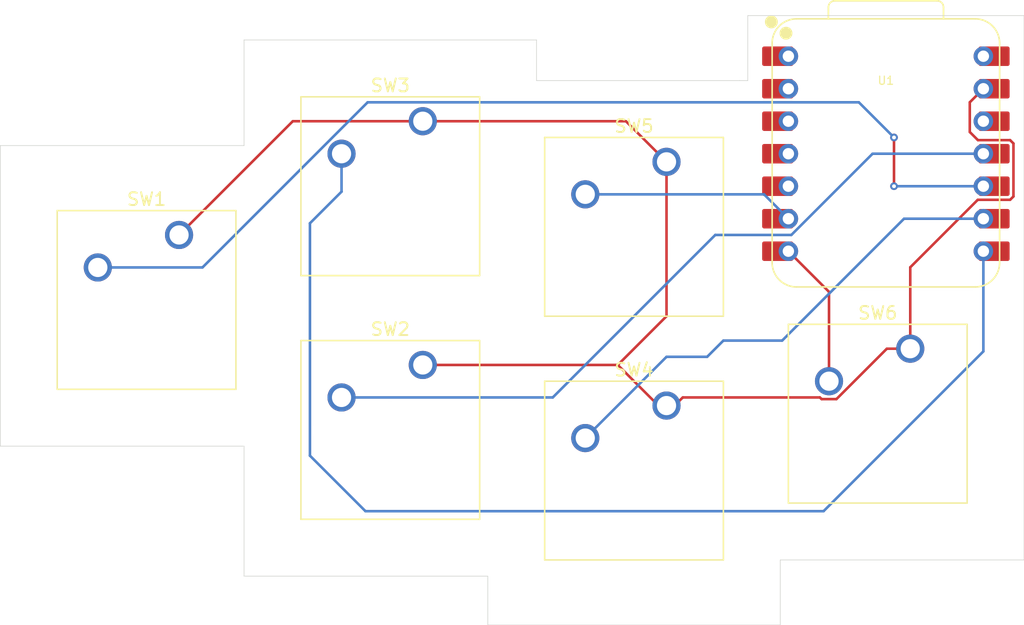
<source format=kicad_pcb>
(kicad_pcb (version 20240108) (generator "pcbnew") (generator_version "8.0")
  (layers (0 "F.Cu" signal) (31 "B.Cu" signal) (34 "B.Paste" user) (35 "F.Paste" user) (36 "B.SilkS" user "B.Silkscreen") (37 "F.SilkS" user "F.Silkscreen") (38 "B.Mask" user) (39 "F.Mask" user) (44 "Edge.Cuts" user))
  (net 0 "")
  (net 1 "GND")
  (net 2 "+5V")
  (net 3 "Net-(U1-GPIO4{slash}MISO)")
  (net 4 "Net-(U1-GPIO3{slash}MOSI)")
  (net 5 "Net-(U1-GPIO1{slash}RX)")
  (net 6 "Net-(U1-GPIO2{slash}SCK)")
  (net 7 "Net-(U1-GPIO7{slash}SCL)")
  (net 8 "Net-(U1-GPIO0{slash}TX)")
  (footprint "v1per_foot:XIAO-RP2040-DIP" (layer "F.Cu") (at 99.695 37.465)
    (property "Reference" "U1" (at 0 -5.715 0) (layer "F.SilkS") (effects (font (size 0.635 0.635) (thickness 0.1016))))
    (property "Value" "XIAO-RP2040-DIP")
    (fp_line (start -8.89 8.509) (end -8.89 -8.636) (stroke (width 0.127)) (layer "F.SilkS"))
    (fp_line (start -6.985 10.414) (end 6.985 10.414) (stroke (width 0.127)) (layer "F.SilkS"))
    (fp_line (start -4.495 -10.541) (end -4.491272 -11.451272) (stroke (width 0.127)) (layer "F.SilkS"))
    (fp_line (start -3.991272 -11.951) (end 4.004 -11.951) (stroke (width 0.127)) (layer "F.SilkS"))
    (fp_line (start 4.504 -11.451) (end 4.504 -10.541) (stroke (width 0.127)) (layer "F.SilkS"))
    (fp_line (start 6.985 -10.541) (end -6.985 -10.541) (stroke (width 0.1)) (layer "F.SilkS"))
    (fp_line (start 6.985 -10.541) (end -6.985 -10.541) (stroke (width 0.127)) (layer "F.SilkS"))
    (fp_line (start 8.89 8.509) (end 8.89 -8.636) (stroke (width 0.127)) (layer "F.SilkS"))
    (fp_arc (start -8.89 -8.636) (mid -8.332038 -9.983038) (end -6.985 -10.541) (stroke (width 0.127)) (layer "F.SilkS"))
    (fp_arc (start -6.985 10.414) (mid -8.332038 9.856038) (end -8.89 8.509) (stroke (width 0.127)) (layer "F.SilkS"))
    (fp_arc (start -4.491272 -11.451272) (mid -4.344724 -11.804644) (end -3.991272 -11.951) (stroke (width 0.127)) (layer "F.SilkS"))
    (fp_arc (start 4.004 -11.951) (mid 4.357553 -11.804553) (end 4.504 -11.451) (stroke (width 0.127)) (layer "F.SilkS"))
    (fp_arc (start 6.985 -10.541) (mid 8.332038 -9.983038) (end 8.89 -8.636) (stroke (width 0.127)) (layer "F.SilkS"))
    (fp_arc (start 8.89 8.509) (mid 8.332038 9.856038) (end 6.985 10.414) (stroke (width 0.127)) (layer "F.SilkS"))
    (fp_circle (center -8.95 -10.3) (end -8.95 -10.554) (stroke (width 0.5)) (fill solid) (layer "F.SilkS"))
    (fp_circle (center -7.807 -9.42) (end -7.807 -9.674) (stroke (width 0.5)) (fill solid) (layer "F.SilkS"))
    (pad "1" smd roundrect (at -8.455 -7.62 180) (size 2.432 1.524) (layers "F.Cu" "F.Mask") (roundrect_rratio 0.1))
    (pad "1" thru_hole circle (at -7.62 -7.62 180) (size 1.524 1.524) (drill 0.889) (layers "*.Cu" "*.Mask"))
    (pad "2" smd roundrect (at -8.455 -5.08 180) (size 2.432 1.524) (layers "F.Cu" "F.Mask") (roundrect_rratio 0.1))
    (pad "2" thru_hole circle (at -7.62 -5.08 180) (size 1.524 1.524) (drill 0.889) (layers "*.Cu" "*.Mask"))
    (pad "3" smd roundrect (at -8.455 -2.54 180) (size 2.432 1.524) (layers "F.Cu" "F.Mask") (roundrect_rratio 0.1))
    (pad "3" thru_hole circle (at -7.62 -2.54 180) (size 1.524 1.524) (drill 0.889) (layers "*.Cu" "*.Mask"))
    (pad "4" smd roundrect (at -8.455 0 180) (size 2.432 1.524) (layers "F.Cu" "F.Mask") (roundrect_rratio 0.1))
    (pad "4" thru_hole circle (at -7.62 0 180) (size 1.524 1.524) (drill 0.889) (layers "*.Cu" "*.Mask"))
    (pad "5" smd roundrect (at -8.455 2.54 180) (size 2.432 1.524) (layers "F.Cu" "F.Mask") (roundrect_rratio 0.1))
    (pad "5" thru_hole circle (at -7.62 2.54 180) (size 1.524 1.524) (drill 0.889) (layers "*.Cu" "*.Mask"))
    (pad "6" smd roundrect (at -8.455 5.08 180) (size 2.432 1.524) (layers "F.Cu" "F.Mask") (roundrect_rratio 0.1) (net 7 "Net-(U1-GPIO7{slash}SCL)"))
    (pad "6" thru_hole circle (at -7.62 5.08 180) (size 1.524 1.524) (drill 0.889) (layers "*.Cu" "*.Mask") (net 7 "Net-(U1-GPIO7{slash}SCL)"))
    (pad "7" smd roundrect (at -8.455 7.62 180) (size 2.432 1.524) (layers "F.Cu" "F.Mask") (roundrect_rratio 0.1) (net 8 "Net-(U1-GPIO0{slash}TX)"))
    (pad "7" thru_hole circle (at -7.62 7.62 180) (size 1.524 1.524) (drill 0.889) (layers "*.Cu" "*.Mask") (net 8 "Net-(U1-GPIO0{slash}TX)"))
    (pad "8" thru_hole circle (at 7.62 7.62) (size 1.524 1.524) (drill 0.889) (layers "*.Cu" "*.Mask") (net 5 "Net-(U1-GPIO1{slash}RX)"))
    (pad "8" smd roundrect (at 8.455 7.62) (size 2.432 1.524) (layers "F.Cu" "F.Mask") (roundrect_rratio 0.1) (net 5 "Net-(U1-GPIO1{slash}RX)"))
    (pad "9" thru_hole circle (at 7.62 5.08) (size 1.524 1.524) (drill 0.889) (layers "*.Cu" "*.Mask") (net 6 "Net-(U1-GPIO2{slash}SCK)"))
    (pad "9" smd roundrect (at 8.455 5.08) (size 2.432 1.524) (layers "F.Cu" "F.Mask") (roundrect_rratio 0.1) (net 6 "Net-(U1-GPIO2{slash}SCK)"))
    (pad "10" thru_hole circle (at 7.62 2.54) (size 1.524 1.524) (drill 0.889) (layers "*.Cu" "*.Mask") (net 3 "Net-(U1-GPIO4{slash}MISO)"))
    (pad "10" smd roundrect (at 8.455 2.54) (size 2.432 1.524) (layers "F.Cu" "F.Mask") (roundrect_rratio 0.1) (net 3 "Net-(U1-GPIO4{slash}MISO)"))
    (pad "11" thru_hole circle (at 7.62 0) (size 1.524 1.524) (drill 0.889) (layers "*.Cu" "*.Mask") (net 4 "Net-(U1-GPIO3{slash}MOSI)"))
    (pad "11" smd roundrect (at 8.455 0) (size 2.432 1.524) (layers "F.Cu" "F.Mask") (roundrect_rratio 0.1) (net 4 "Net-(U1-GPIO3{slash}MOSI)"))
    (pad "12" thru_hole circle (at 7.62 -2.54) (size 1.524 1.524) (drill 0.889) (layers "*.Cu" "*.Mask"))
    (pad "12" smd roundrect (at 8.455 -2.54) (size 2.432 1.524) (layers "F.Cu" "F.Mask") (roundrect_rratio 0.1))
    (pad "13" thru_hole circle (at 7.62 -5.08) (size 1.524 1.524) (drill 0.889) (layers "*.Cu" "*.Mask") (net 1 "GND"))
    (pad "13" smd roundrect (at 8.455 -5.08) (size 2.432 1.524) (layers "F.Cu" "F.Mask") (roundrect_rratio 0.1) (net 1 "GND"))
    (pad "14" thru_hole circle (at 7.62 -7.62) (size 1.524 1.524) (drill 0.889) (layers "*.Cu" "*.Mask") (net 2 "+5V"))
    (pad "14" smd roundrect (at 8.455 -7.62) (size 2.432 1.524) (layers "F.Cu" "F.Mask") (roundrect_rratio 0.1) (net 2 "+5V"))
  )
  (footprint "Library:SW_Cherry_MX_1.00u_PCB" (layer "F.Cu") (at 63.5 34.925)
    (property "Reference" "SW3" (at -2.54 -2.794 0) (layer "F.SilkS"))
    (property "Value" "SW_Push")
    (fp_line (start -9.525 -1.905) (end 4.445 -1.905) (stroke (width 0.12)) (layer "F.SilkS"))
    (fp_line (start -9.525 12.065) (end -9.525 -1.905) (stroke (width 0.12)) (layer "F.SilkS"))
    (fp_line (start 4.445 -1.905) (end 4.445 12.065) (stroke (width 0.12)) (layer "F.SilkS"))
    (fp_line (start 4.445 12.065) (end -9.525 12.065) (stroke (width 0.12)) (layer "F.SilkS"))
    (pad "" np_thru_hole circle (at -7.62 5.08) (size 1.7 1.7) (drill 1.7) (layers "*.Cu" "*.Mask"))
    (pad "" np_thru_hole circle (at -2.54 5.08) (size 4 4) (drill 4) (layers "*.Cu" "*.Mask"))
    (pad "" np_thru_hole circle (at 2.54 5.08) (size 1.7 1.7) (drill 1.7) (layers "*.Cu" "*.Mask"))
    (pad "1" thru_hole circle (at 0 0) (size 2.2 2.2) (drill 1.5) (layers "*.Cu" "*.Mask") (net 1 "GND"))
    (pad "2" thru_hole circle (at -6.35 2.54) (size 2.2 2.2) (drill 1.5) (layers "*.Cu" "*.Mask") (net 5 "Net-(U1-GPIO1{slash}RX)"))
  )
  (footprint "Library:SW_Cherry_MX_1.00u_PCB" (layer "F.Cu") (at 82.55 57.15)
    (property "Reference" "SW4" (at -2.54 -2.794 0) (layer "F.SilkS"))
    (property "Value" "SW_Push")
    (fp_line (start -9.525 -1.905) (end 4.445 -1.905) (stroke (width 0.12)) (layer "F.SilkS"))
    (fp_line (start -9.525 12.065) (end -9.525 -1.905) (stroke (width 0.12)) (layer "F.SilkS"))
    (fp_line (start 4.445 -1.905) (end 4.445 12.065) (stroke (width 0.12)) (layer "F.SilkS"))
    (fp_line (start 4.445 12.065) (end -9.525 12.065) (stroke (width 0.12)) (layer "F.SilkS"))
    (pad "" np_thru_hole circle (at -7.62 5.08) (size 1.7 1.7) (drill 1.7) (layers "*.Cu" "*.Mask"))
    (pad "" np_thru_hole circle (at -2.54 5.08) (size 4 4) (drill 4) (layers "*.Cu" "*.Mask"))
    (pad "" np_thru_hole circle (at 2.54 5.08) (size 1.7 1.7) (drill 1.7) (layers "*.Cu" "*.Mask"))
    (pad "1" thru_hole circle (at 0 0) (size 2.2 2.2) (drill 1.5) (layers "*.Cu" "*.Mask") (net 1 "GND"))
    (pad "2" thru_hole circle (at -6.35 2.54) (size 2.2 2.2) (drill 1.5) (layers "*.Cu" "*.Mask") (net 6 "Net-(U1-GPIO2{slash}SCK)"))
  )
  (footprint "Library:SW_Cherry_MX_1.00u_PCB" (layer "F.Cu") (at 82.55 38.1)
    (property "Reference" "SW5" (at -2.54 -2.794 0) (layer "F.SilkS"))
    (property "Value" "SW_Push")
    (fp_line (start -9.525 -1.905) (end 4.445 -1.905) (stroke (width 0.12)) (layer "F.SilkS"))
    (fp_line (start -9.525 12.065) (end -9.525 -1.905) (stroke (width 0.12)) (layer "F.SilkS"))
    (fp_line (start 4.445 -1.905) (end 4.445 12.065) (stroke (width 0.12)) (layer "F.SilkS"))
    (fp_line (start 4.445 12.065) (end -9.525 12.065) (stroke (width 0.12)) (layer "F.SilkS"))
    (pad "" np_thru_hole circle (at -7.62 5.08) (size 1.7 1.7) (drill 1.7) (layers "*.Cu" "*.Mask"))
    (pad "" np_thru_hole circle (at -2.54 5.08) (size 4 4) (drill 4) (layers "*.Cu" "*.Mask"))
    (pad "" np_thru_hole circle (at 2.54 5.08) (size 1.7 1.7) (drill 1.7) (layers "*.Cu" "*.Mask"))
    (pad "1" thru_hole circle (at 0 0) (size 2.2 2.2) (drill 1.5) (layers "*.Cu" "*.Mask") (net 1 "GND"))
    (pad "2" thru_hole circle (at -6.35 2.54) (size 2.2 2.2) (drill 1.5) (layers "*.Cu" "*.Mask") (net 7 "Net-(U1-GPIO7{slash}SCL)"))
  )
  (footprint "Library:SW_Cherry_MX_1.00u_PCB" (layer "F.Cu") (at 101.6 52.705)
    (property "Reference" "SW6" (at -2.54 -2.794 0) (layer "F.SilkS"))
    (property "Value" "SW_Push")
    (fp_line (start -9.525 -1.905) (end 4.445 -1.905) (stroke (width 0.12)) (layer "F.SilkS"))
    (fp_line (start -9.525 12.065) (end -9.525 -1.905) (stroke (width 0.12)) (layer "F.SilkS"))
    (fp_line (start 4.445 -1.905) (end 4.445 12.065) (stroke (width 0.12)) (layer "F.SilkS"))
    (fp_line (start 4.445 12.065) (end -9.525 12.065) (stroke (width 0.12)) (layer "F.SilkS"))
    (pad "" np_thru_hole circle (at -7.62 5.08) (size 1.7 1.7) (drill 1.7) (layers "*.Cu" "*.Mask"))
    (pad "" np_thru_hole circle (at -2.54 5.08) (size 4 4) (drill 4) (layers "*.Cu" "*.Mask"))
    (pad "" np_thru_hole circle (at 2.54 5.08) (size 1.7 1.7) (drill 1.7) (layers "*.Cu" "*.Mask"))
    (pad "1" thru_hole circle (at 0 0) (size 2.2 2.2) (drill 1.5) (layers "*.Cu" "*.Mask") (net 1 "GND"))
    (pad "2" thru_hole circle (at -6.35 2.54) (size 2.2 2.2) (drill 1.5) (layers "*.Cu" "*.Mask") (net 8 "Net-(U1-GPIO0{slash}TX)"))
  )
  (footprint "Library:SW_Cherry_MX_1.00u_PCB" (layer "F.Cu") (at 63.5 53.975)
    (property "Reference" "SW2" (at -2.54 -2.794 0) (layer "F.SilkS"))
    (property "Value" "SW_Push")
    (fp_line (start -9.525 -1.905) (end 4.445 -1.905) (stroke (width 0.12)) (layer "F.SilkS"))
    (fp_line (start -9.525 12.065) (end -9.525 -1.905) (stroke (width 0.12)) (layer "F.SilkS"))
    (fp_line (start 4.445 -1.905) (end 4.445 12.065) (stroke (width 0.12)) (layer "F.SilkS"))
    (fp_line (start 4.445 12.065) (end -9.525 12.065) (stroke (width 0.12)) (layer "F.SilkS"))
    (pad "" np_thru_hole circle (at -7.62 5.08) (size 1.7 1.7) (drill 1.7) (layers "*.Cu" "*.Mask"))
    (pad "" np_thru_hole circle (at -2.54 5.08) (size 4 4) (drill 4) (layers "*.Cu" "*.Mask"))
    (pad "" np_thru_hole circle (at 2.54 5.08) (size 1.7 1.7) (drill 1.7) (layers "*.Cu" "*.Mask"))
    (pad "1" thru_hole circle (at 0 0) (size 2.2 2.2) (drill 1.5) (layers "*.Cu" "*.Mask") (net 1 "GND"))
    (pad "2" thru_hole circle (at -6.35 2.54) (size 2.2 2.2) (drill 1.5) (layers "*.Cu" "*.Mask") (net 4 "Net-(U1-GPIO3{slash}MOSI)"))
  )
  (footprint "Library:SW_Cherry_MX_1.00u_PCB" (layer "F.Cu") (at 44.45 43.815)
    (property "Reference" "SW1" (at -2.54 -2.794 0) (layer "F.SilkS"))
    (property "Value" "SW_Push")
    (fp_line (start -9.525 -1.905) (end 4.445 -1.905) (stroke (width 0.12)) (layer "F.SilkS"))
    (fp_line (start -9.525 12.065) (end -9.525 -1.905) (stroke (width 0.12)) (layer "F.SilkS"))
    (fp_line (start 4.445 -1.905) (end 4.445 12.065) (stroke (width 0.12)) (layer "F.SilkS"))
    (fp_line (start 4.445 12.065) (end -9.525 12.065) (stroke (width 0.12)) (layer "F.SilkS"))
    (pad "" np_thru_hole circle (at -7.62 5.08) (size 1.7 1.7) (drill 1.7) (layers "*.Cu" "*.Mask"))
    (pad "" np_thru_hole circle (at -2.54 5.08) (size 4 4) (drill 4) (layers "*.Cu" "*.Mask"))
    (pad "" np_thru_hole circle (at 2.54 5.08) (size 1.7 1.7) (drill 1.7) (layers "*.Cu" "*.Mask"))
    (pad "1" thru_hole circle (at 0 0) (size 2.2 2.2) (drill 1.5) (layers "*.Cu" "*.Mask") (net 1 "GND"))
    (pad "2" thru_hole circle (at -6.35 2.54) (size 2.2 2.2) (drill 1.5) (layers "*.Cu" "*.Mask") (net 3 "Net-(U1-GPIO4{slash}MISO)"))
  )
  (gr_line (start 88.9 31.75) (end 88.9 26.67) (stroke (width 0.05)) (layer "Edge.Cuts"))
  (gr_line (start 110.49 69.215) (end 110.49 26.67) (stroke (width 0.05)) (layer "Edge.Cuts"))
  (gr_line (start 49.53 70.485) (end 68.58 70.485) (stroke (width 0.05)) (layer "Edge.Cuts"))
  (gr_line (start 49.53 36.83) (end 30.48 36.83) (stroke (width 0.05)) (layer "Edge.Cuts"))
  (gr_line (start 30.48 60.325) (end 49.53 60.325) (stroke (width 0.05)) (layer "Edge.Cuts"))
  (gr_line (start 88.265 31.75) (end 88.9 31.75) (stroke (width 0.05)) (layer "Edge.Cuts"))
  (gr_line (start 91.44 74.295) (end 91.44 69.215) (stroke (width 0.05)) (layer "Edge.Cuts"))
  (gr_line (start 110.49 26.67) (end 88.9 26.67) (stroke (width 0.05)) (layer "Edge.Cuts"))
  (gr_line (start 49.53 28.575) (end 72.39 28.575) (stroke (width 0.05)) (layer "Edge.Cuts"))
  (gr_line (start 72.39 31.75) (end 88.265 31.75) (stroke (width 0.05)) (layer "Edge.Cuts"))
  (gr_line (start 49.53 36.83) (end 49.53 28.575) (stroke (width 0.05)) (layer "Edge.Cuts"))
  (gr_line (start 49.53 60.325) (end 49.53 70.485) (stroke (width 0.05)) (layer "Edge.Cuts"))
  (gr_line (start 68.58 70.485) (end 68.58 74.295) (stroke (width 0.05)) (layer "Edge.Cuts"))
  (gr_line (start 72.39 28.575) (end 72.39 31.75) (stroke (width 0.05)) (layer "Edge.Cuts"))
  (gr_line (start 30.48 36.83) (end 30.48 60.325) (stroke (width 0.05)) (layer "Edge.Cuts"))
  (gr_line (start 68.58 74.295) (end 91.44 74.295) (stroke (width 0.05)) (layer "Edge.Cuts"))
  (gr_line (start 91.44 69.215) (end 110.49 69.215) (stroke (width 0.05)) (layer "Edge.Cuts"))
  (segment (start 109.666 36.663786) (end 109.405214 36.403) (width 0.2) (layer "F.Cu") (net 1))
  (segment (start 106.875105 41.067) (end 109.405214 41.067) (width 0.2) (layer "F.Cu") (net 1))
  (segment (start 106.253 33.447) (end 107.315 32.385) (width 0.2) (layer "F.Cu") (net 1))
  (segment (start 79.375 34.925) (end 82.55 38.1) (width 0.2) (layer "F.Cu") (net 1))
  (segment (start 82.55 50.165) (end 78.74 53.975) (width 0.2) (layer "F.Cu") (net 1))
  (segment (start 109.405214 41.067) (end 109.666 40.806214) (width 0.2) (layer "F.Cu") (net 1))
  (segment (start 94.670101 56.645) (end 94.540101 56.515) (width 0.2) (layer "F.Cu") (net 1))
  (segment (start 101.6 52.705) (end 101.6 46.342105) (width 0.2) (layer "F.Cu") (net 1))
  (segment (start 99.769899 52.705) (end 95.829899 56.645) (width 0.2) (layer "F.Cu") (net 1))
  (segment (start 78.74 53.975) (end 82.55 57.785) (width 0.2) (layer "F.Cu") (net 1))
  (segment (start 63.5 53.975) (end 78.74 53.975) (width 0.2) (layer "F.Cu") (net 1))
  (segment (start 94.540101 56.515) (end 83.82 56.515) (width 0.2) (layer "F.Cu") (net 1))
  (segment (start 63.5 34.925) (end 79.375 34.925) (width 0.2) (layer "F.Cu") (net 1))
  (segment (start 44.45 43.815) (end 53.34 34.925) (width 0.2) (layer "F.Cu") (net 1))
  (segment (start 106.253 35.768) (end 106.253 33.447) (width 0.2) (layer "F.Cu") (net 1))
  (segment (start 101.6 52.705) (end 99.769899 52.705) (width 0.2) (layer "F.Cu") (net 1))
  (segment (start 83.82 56.515) (end 82.55 57.785) (width 0.2) (layer "F.Cu") (net 1))
  (segment (start 101.6 46.342105) (end 106.875105 41.067) (width 0.2) (layer "F.Cu") (net 1))
  (segment (start 109.405214 36.403) (end 106.888 36.403) (width 0.2) (layer "F.Cu") (net 1))
  (segment (start 95.829899 56.645) (end 94.670101 56.645) (width 0.2) (layer "F.Cu") (net 1))
  (segment (start 106.888 36.403) (end 106.253 35.768) (width 0.2) (layer "F.Cu") (net 1))
  (segment (start 82.55 38.1) (end 82.55 50.165) (width 0.2) (layer "F.Cu") (net 1))
  (segment (start 53.34 34.925) (end 63.5 34.925) (width 0.2) (layer "F.Cu") (net 1))
  (segment (start 109.666 40.806214) (end 109.666 36.663786) (width 0.2) (layer "F.Cu") (net 1))
  (segment (start 100.33 36.195) (end 100.33 40.005) (width 0.2) (layer "F.Cu") (net 3))
  (via (at 100.33 36.195) (size 0.6) (drill 0.3) (layers "F.Cu" "B.Cu") (net 3))
  (via (at 100.33 40.005) (size 0.6) (drill 0.3) (layers "F.Cu" "B.Cu") (net 3))
  (segment (start 46.280101 46.355) (end 59.188101 33.447) (width 0.2) (layer "B.Cu") (net 3))
  (segment (start 97.582 33.447) (end 100.33 36.195) (width 0.2) (layer "B.Cu") (net 3))
  (segment (start 38.1 46.355) (end 46.280101 46.355) (width 0.2) (layer "B.Cu") (net 3))
  (segment (start 100.33 40.005) (end 107.315 40.005) (width 0.2) (layer "B.Cu") (net 3))
  (segment (start 59.188101 33.447) (end 97.582 33.447) (width 0.2) (layer "B.Cu") (net 3))
  (segment (start 107.315 37.465) (end 98.656895 37.465) (width 0.2) (layer "B.Cu") (net 4))
  (segment (start 86.36 43.815) (end 73.66 56.515) (width 0.2) (layer "B.Cu") (net 4))
  (segment (start 73.66 56.515) (end 57.15 56.515) (width 0.2) (layer "B.Cu") (net 4))
  (segment (start 92.306895 43.815) (end 86.36 43.815) (width 0.2) (layer "B.Cu") (net 4))
  (segment (start 98.656895 37.465) (end 92.306895 43.815) (width 0.2) (layer "B.Cu") (net 4))
  (segment (start 54.68 42.902056) (end 54.68 61.065) (width 0.2) (layer "B.Cu") (net 5))
  (segment (start 54.68 61.065) (end 59.02 65.405) (width 0.2) (layer "B.Cu") (net 5))
  (segment (start 57.15 37.465) (end 57.15 40.432056) (width 0.2) (layer "B.Cu") (net 5))
  (segment (start 94.822944 65.405) (end 107.315 52.912944) (width 0.2) (layer "B.Cu") (net 5))
  (segment (start 59.02 65.405) (end 94.822944 65.405) (width 0.2) (layer "B.Cu") (net 5))
  (segment (start 107.315 52.912944) (end 107.315 45.085) (width 0.2) (layer "B.Cu") (net 5))
  (segment (start 57.15 40.432056) (end 54.68 42.902056) (width 0.2) (layer "B.Cu") (net 5))
  (segment (start 86.995 52.07) (end 91.588402 52.07) (width 0.2) (layer "B.Cu") (net 6))
  (segment (start 91.588402 52.07) (end 101.113402 42.545) (width 0.2) (layer "B.Cu") (net 6))
  (segment (start 76.2 59.69) (end 82.55 53.34) (width 0.2) (layer "B.Cu") (net 6))
  (segment (start 85.725 53.34) (end 86.995 52.07) (width 0.2) (layer "B.Cu") (net 6))
  (segment (start 82.55 53.34) (end 85.725 53.34) (width 0.2) (layer "B.Cu") (net 6))
  (segment (start 107.315 42.545) (end 101.113402 42.545) (width 0.2) (layer "B.Cu") (net 6))
  (segment (start 90.17 40.64) (end 92.075 42.545) (width 0.2) (layer "B.Cu") (net 7))
  (segment (start 76.2 40.64) (end 90.17 40.64) (width 0.2) (layer "B.Cu") (net 7))
  (segment (start 95.25 55.245) (end 95.25 48.26) (width 0.2) (layer "F.Cu") (net 8))
  (segment (start 95.25 48.26) (end 92.075 45.085) (width 0.2) (layer "F.Cu") (net 8))
)
</source>
